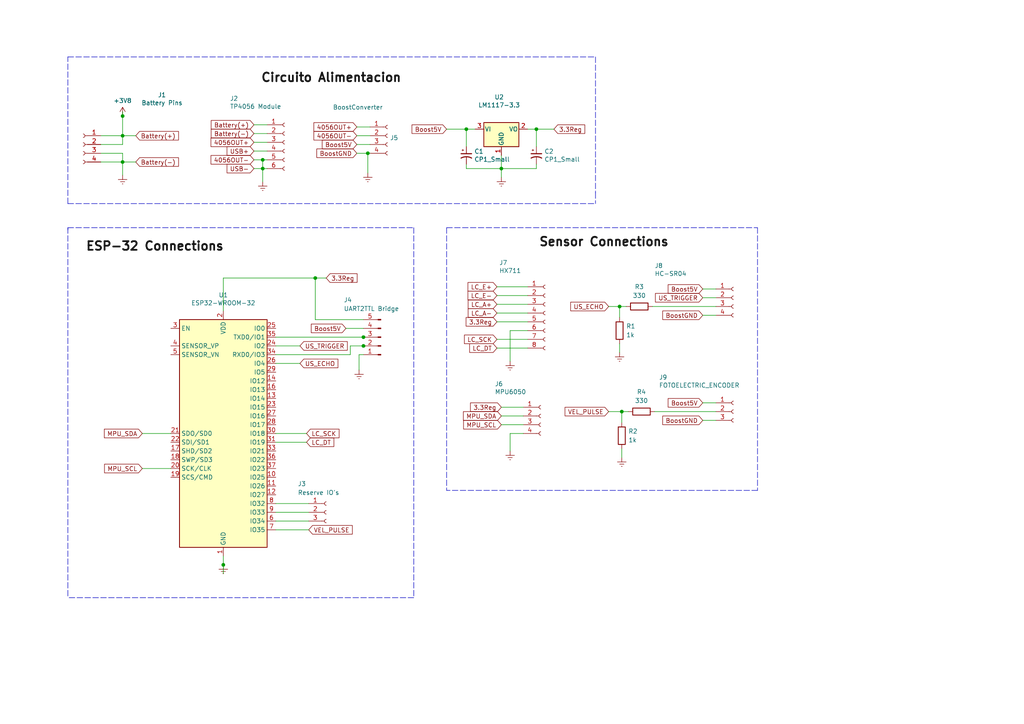
<source format=kicad_sch>
(kicad_sch (version 20211123) (generator eeschema)
  (paper "A4")
  (lib_symbols
    (symbol "Connector:Conn_01x03_Female" (pin_names (offset 1.016) hide)
      (property "Reference" "J" (at 0 5.08 0))
      (property "Value" "Conn_01x03_Female" (at 0 -5.08 0))
      (symbol "Conn_01x03_Female_1_1"
        (arc (start 0 -2.032) (mid -0.508 -2.54) (end 0 -3.048) (stroke (width 0.1524)))
        (polyline (pts (xy -1.27 -2.54) (xy -0.508 -2.54)) (stroke (width 0.1524)))
        (polyline (pts (xy -1.27 0) (xy -0.508 0)) (stroke (width 0.1524)))
        (polyline (pts (xy -1.27 2.54) (xy -0.508 2.54)) (stroke (width 0.1524)))
        (arc (start 0 0.508) (mid -0.508 0) (end 0 -0.508) (stroke (width 0.1524)))
        (arc (start 0 3.048) (mid -0.508 2.54) (end 0 2.032) (stroke (width 0.1524)))
        (pin passive line (at -5.08 2.54 0) (length 3.81) (name "Pin_1") (number "1"))
        (pin passive line (at -5.08 0 0) (length 3.81) (name "Pin_2") (number "2"))
        (pin passive line (at -5.08 -2.54 0) (length 3.81) (name "Pin_3") (number "3"))
      )
    )
    (symbol "Connector:Conn_01x04_Female" (pin_names (offset 1.016) hide)
      (property "Reference" "J" (at 0 5.08 0))
      (property "Value" "Conn_01x04_Female" (at 0 -7.62 0))
      (symbol "Conn_01x04_Female_1_1"
        (arc (start 0 -4.572) (mid -0.508 -5.08) (end 0 -5.588) (stroke (width 0.1524)))
        (arc (start 0 -2.032) (mid -0.508 -2.54) (end 0 -3.048) (stroke (width 0.1524)))
        (polyline (pts (xy -1.27 -5.08) (xy -0.508 -5.08)) (stroke (width 0.1524)))
        (polyline (pts (xy -1.27 -2.54) (xy -0.508 -2.54)) (stroke (width 0.1524)))
        (polyline (pts (xy -1.27 0) (xy -0.508 0)) (stroke (width 0.1524)))
        (polyline (pts (xy -1.27 2.54) (xy -0.508 2.54)) (stroke (width 0.1524)))
        (arc (start 0 0.508) (mid -0.508 0) (end 0 -0.508) (stroke (width 0.1524)))
        (arc (start 0 3.048) (mid -0.508 2.54) (end 0 2.032) (stroke (width 0.1524)))
        (pin passive line (at -5.08 2.54 0) (length 3.81) (name "Pin_1") (number "1"))
        (pin passive line (at -5.08 0 0) (length 3.81) (name "Pin_2") (number "2"))
        (pin passive line (at -5.08 -2.54 0) (length 3.81) (name "Pin_3") (number "3"))
        (pin passive line (at -5.08 -5.08 0) (length 3.81) (name "Pin_4") (number "4"))
      )
    )
    (symbol "Connector:Conn_01x05_Male" (pin_names (offset 1.016) hide)
      (property "Reference" "J" (at 0 7.62 0))
      (property "Value" "Conn_01x05_Male" (at 0 -7.62 0))
      (symbol "Conn_01x05_Male_1_1"
        (polyline (pts (xy 1.27 -5.08) (xy 0.8636 -5.08)) (stroke (width 0.1524)))
        (polyline (pts (xy 1.27 -2.54) (xy 0.8636 -2.54)) (stroke (width 0.1524)))
        (polyline (pts (xy 1.27 0) (xy 0.8636 0)) (stroke (width 0.1524)))
        (polyline (pts (xy 1.27 2.54) (xy 0.8636 2.54)) (stroke (width 0.1524)))
        (polyline (pts (xy 1.27 5.08) (xy 0.8636 5.08)) (stroke (width 0.1524)))
        (rectangle (start 0.8636 -4.953) (end 0 -5.207) (stroke (width 0.1524)) (fill (type outline)))
        (rectangle (start 0.8636 -2.413) (end 0 -2.667) (stroke (width 0.1524)) (fill (type outline)))
        (rectangle (start 0.8636 0.127) (end 0 -0.127) (stroke (width 0.1524)) (fill (type outline)))
        (rectangle (start 0.8636 2.667) (end 0 2.413) (stroke (width 0.1524)) (fill (type outline)))
        (rectangle (start 0.8636 5.207) (end 0 4.953) (stroke (width 0.1524)) (fill (type outline)))
        (pin passive line (at 5.08 5.08 180) (length 3.81) (name "Pin_1") (number "1"))
        (pin passive line (at 5.08 2.54 180) (length 3.81) (name "Pin_2") (number "2"))
        (pin passive line (at 5.08 0 180) (length 3.81) (name "Pin_3") (number "3"))
        (pin passive line (at 5.08 -2.54 180) (length 3.81) (name "Pin_4") (number "4"))
        (pin passive line (at 5.08 -5.08 180) (length 3.81) (name "Pin_5") (number "5"))
      )
    )
    (symbol "Connector:Conn_01x06_Female" (pin_names (offset 1.016) hide)
      (property "Reference" "J" (at 0 7.62 0))
      (property "Value" "Conn_01x06_Female" (at 0 -10.16 0))
      (symbol "Conn_01x06_Female_1_1"
        (arc (start 0 -7.112) (mid -0.508 -7.62) (end 0 -8.128) (stroke (width 0.1524)))
        (arc (start 0 -4.572) (mid -0.508 -5.08) (end 0 -5.588) (stroke (width 0.1524)))
        (arc (start 0 -2.032) (mid -0.508 -2.54) (end 0 -3.048) (stroke (width 0.1524)))
        (polyline (pts (xy -1.27 -7.62) (xy -0.508 -7.62)) (stroke (width 0.1524)))
        (polyline (pts (xy -1.27 -5.08) (xy -0.508 -5.08)) (stroke (width 0.1524)))
        (polyline (pts (xy -1.27 -2.54) (xy -0.508 -2.54)) (stroke (width 0.1524)))
        (polyline (pts (xy -1.27 0) (xy -0.508 0)) (stroke (width 0.1524)))
        (polyline (pts (xy -1.27 2.54) (xy -0.508 2.54)) (stroke (width 0.1524)))
        (polyline (pts (xy -1.27 5.08) (xy -0.508 5.08)) (stroke (width 0.1524)))
        (arc (start 0 0.508) (mid -0.508 0) (end 0 -0.508) (stroke (width 0.1524)))
        (arc (start 0 3.048) (mid -0.508 2.54) (end 0 2.032) (stroke (width 0.1524)))
        (arc (start 0 5.588) (mid -0.508 5.08) (end 0 4.572) (stroke (width 0.1524)))
        (pin passive line (at -5.08 5.08 0) (length 3.81) (name "Pin_1") (number "1"))
        (pin passive line (at -5.08 2.54 0) (length 3.81) (name "Pin_2") (number "2"))
        (pin passive line (at -5.08 0 0) (length 3.81) (name "Pin_3") (number "3"))
        (pin passive line (at -5.08 -2.54 0) (length 3.81) (name "Pin_4") (number "4"))
        (pin passive line (at -5.08 -5.08 0) (length 3.81) (name "Pin_5") (number "5"))
        (pin passive line (at -5.08 -7.62 0) (length 3.81) (name "Pin_6") (number "6"))
      )
    )
    (symbol "Connector:Conn_01x08_Female" (pin_names (offset 1.016) hide)
      (property "Reference" "J" (at 0 10.16 0))
      (property "Value" "Conn_01x08_Female" (at 0 -12.7 0))
      (symbol "Conn_01x08_Female_1_1"
        (arc (start 0 -9.652) (mid -0.508 -10.16) (end 0 -10.668) (stroke (width 0.1524)))
        (arc (start 0 -7.112) (mid -0.508 -7.62) (end 0 -8.128) (stroke (width 0.1524)))
        (arc (start 0 -4.572) (mid -0.508 -5.08) (end 0 -5.588) (stroke (width 0.1524)))
        (arc (start 0 -2.032) (mid -0.508 -2.54) (end 0 -3.048) (stroke (width 0.1524)))
        (polyline (pts (xy -1.27 -10.16) (xy -0.508 -10.16)) (stroke (width 0.1524)))
        (polyline (pts (xy -1.27 -7.62) (xy -0.508 -7.62)) (stroke (width 0.1524)))
        (polyline (pts (xy -1.27 -5.08) (xy -0.508 -5.08)) (stroke (width 0.1524)))
        (polyline (pts (xy -1.27 -2.54) (xy -0.508 -2.54)) (stroke (width 0.1524)))
        (polyline (pts (xy -1.27 0) (xy -0.508 0)) (stroke (width 0.1524)))
        (polyline (pts (xy -1.27 2.54) (xy -0.508 2.54)) (stroke (width 0.1524)))
        (polyline (pts (xy -1.27 5.08) (xy -0.508 5.08)) (stroke (width 0.1524)))
        (polyline (pts (xy -1.27 7.62) (xy -0.508 7.62)) (stroke (width 0.1524)))
        (arc (start 0 0.508) (mid -0.508 0) (end 0 -0.508) (stroke (width 0.1524)))
        (arc (start 0 3.048) (mid -0.508 2.54) (end 0 2.032) (stroke (width 0.1524)))
        (arc (start 0 5.588) (mid -0.508 5.08) (end 0 4.572) (stroke (width 0.1524)))
        (arc (start 0 8.128) (mid -0.508 7.62) (end 0 7.112) (stroke (width 0.1524)))
        (pin passive line (at -5.08 7.62 0) (length 3.81) (name "Pin_1") (number "1"))
        (pin passive line (at -5.08 5.08 0) (length 3.81) (name "Pin_2") (number "2"))
        (pin passive line (at -5.08 2.54 0) (length 3.81) (name "Pin_3") (number "3"))
        (pin passive line (at -5.08 0 0) (length 3.81) (name "Pin_4") (number "4"))
        (pin passive line (at -5.08 -2.54 0) (length 3.81) (name "Pin_5") (number "5"))
        (pin passive line (at -5.08 -5.08 0) (length 3.81) (name "Pin_6") (number "6"))
        (pin passive line (at -5.08 -7.62 0) (length 3.81) (name "Pin_7") (number "7"))
        (pin passive line (at -5.08 -10.16 0) (length 3.81) (name "Pin_8") (number "8"))
      )
    )
    (symbol "Device:CP1_Small" (pin_numbers hide) (pin_names (offset 0.254) hide)
      (property "Reference" "C" (at 0.254 1.778 0))
      (property "Value" "Device_CP1_Small" (at 0.254 -2.032 0))
      (symbol "CP1_Small_0_1"
        (polyline (pts (xy -1.524 0.508) (xy 1.524 0.508)) (stroke (width 0.3048)))
        (polyline (pts (xy -1.27 1.524) (xy -0.762 1.524)))
        (polyline (pts (xy -1.016 1.27) (xy -1.016 1.778)))
        (arc (start 1.524 -0.762) (mid 0 -0.3734) (end -1.524 -0.762) (stroke (width 0.3048)))
      )
      (symbol "CP1_Small_1_1"
        (pin passive line (at 0 2.54 270) (length 2.032) (name "~") (number "1"))
        (pin passive line (at 0 -2.54 90) (length 2.032) (name "~") (number "2"))
      )
    )
    (symbol "Device:R" (pin_numbers hide) (pin_names (offset 0))
      (property "Reference" "R" (at 2.032 0 90))
      (property "Value" "R" (at 0 0 90))
      (symbol "R_0_1"
        (rectangle (start -1.016 -2.54) (end 1.016 2.54) (stroke (width 0.254)))
      )
      (symbol "R_1_1"
        (pin passive line (at 0 3.81 270) (length 1.27) (name "~") (number "1"))
        (pin passive line (at 0 -3.81 90) (length 1.27) (name "~") (number "2"))
      )
    )
    (symbol "RF_Module:ESP32-WROOM-32"
      (property "Reference" "U" (at -12.7 34.29 0))
      (property "Value" "ESP32-WROOM-32" (at 1.27 34.29 0))
      (symbol "ESP32-WROOM-32_0_1"
        (rectangle (start -12.7 33.02) (end 12.7 -33.02) (stroke (width 0.254)) (fill (type background)))
      )
      (symbol "ESP32-WROOM-32_1_1"
        (pin power_in line (at 0 -35.56 90) (length 2.54) (name "GND") (number "1"))
        (pin bidirectional line (at 15.24 -12.7 180) (length 2.54) (name "IO25") (number "10"))
        (pin bidirectional line (at 15.24 -15.24 180) (length 2.54) (name "IO26") (number "11"))
        (pin bidirectional line (at 15.24 -17.78 180) (length 2.54) (name "IO27") (number "12"))
        (pin bidirectional line (at 15.24 10.16 180) (length 2.54) (name "IO14") (number "13"))
        (pin bidirectional line (at 15.24 15.24 180) (length 2.54) (name "IO12") (number "14"))
        (pin passive line (at 0 -35.56 90) (length 2.54) hide (name "GND") (number "15"))
        (pin bidirectional line (at 15.24 12.7 180) (length 2.54) (name "IO13") (number "16"))
        (pin bidirectional line (at -15.24 -5.08 0) (length 2.54) (name "SHD/SD2") (number "17"))
        (pin bidirectional line (at -15.24 -7.62 0) (length 2.54) (name "SWP/SD3") (number "18"))
        (pin bidirectional line (at -15.24 -12.7 0) (length 2.54) (name "SCS/CMD") (number "19"))
        (pin power_in line (at 0 35.56 270) (length 2.54) (name "VDD") (number "2"))
        (pin bidirectional line (at -15.24 -10.16 0) (length 2.54) (name "SCK/CLK") (number "20"))
        (pin bidirectional line (at -15.24 0 0) (length 2.54) (name "SDO/SD0") (number "21"))
        (pin bidirectional line (at -15.24 -2.54 0) (length 2.54) (name "SDI/SD1") (number "22"))
        (pin bidirectional line (at 15.24 7.62 180) (length 2.54) (name "IO15") (number "23"))
        (pin bidirectional line (at 15.24 25.4 180) (length 2.54) (name "IO2") (number "24"))
        (pin bidirectional line (at 15.24 30.48 180) (length 2.54) (name "IO0") (number "25"))
        (pin bidirectional line (at 15.24 20.32 180) (length 2.54) (name "IO4") (number "26"))
        (pin bidirectional line (at 15.24 5.08 180) (length 2.54) (name "IO16") (number "27"))
        (pin bidirectional line (at 15.24 2.54 180) (length 2.54) (name "IO17") (number "28"))
        (pin bidirectional line (at 15.24 17.78 180) (length 2.54) (name "IO5") (number "29"))
        (pin input line (at -15.24 30.48 0) (length 2.54) (name "EN") (number "3"))
        (pin bidirectional line (at 15.24 0 180) (length 2.54) (name "IO18") (number "30"))
        (pin bidirectional line (at 15.24 -2.54 180) (length 2.54) (name "IO19") (number "31"))
        (pin no_connect line (at -12.7 -27.94 0) (length 2.54) hide (name "NC") (number "32"))
        (pin bidirectional line (at 15.24 -5.08 180) (length 2.54) (name "IO21") (number "33"))
        (pin bidirectional line (at 15.24 22.86 180) (length 2.54) (name "RXD0/IO3") (number "34"))
        (pin bidirectional line (at 15.24 27.94 180) (length 2.54) (name "TXD0/IO1") (number "35"))
        (pin bidirectional line (at 15.24 -7.62 180) (length 2.54) (name "IO22") (number "36"))
        (pin bidirectional line (at 15.24 -10.16 180) (length 2.54) (name "IO23") (number "37"))
        (pin passive line (at 0 -35.56 90) (length 2.54) hide (name "GND") (number "38"))
        (pin passive line (at 0 -35.56 90) (length 2.54) hide (name "GND") (number "39"))
        (pin input line (at -15.24 25.4 0) (length 2.54) (name "SENSOR_VP") (number "4"))
        (pin input line (at -15.24 22.86 0) (length 2.54) (name "SENSOR_VN") (number "5"))
        (pin input line (at 15.24 -25.4 180) (length 2.54) (name "IO34") (number "6"))
        (pin input line (at 15.24 -27.94 180) (length 2.54) (name "IO35") (number "7"))
        (pin bidirectional line (at 15.24 -20.32 180) (length 2.54) (name "IO32") (number "8"))
        (pin bidirectional line (at 15.24 -22.86 180) (length 2.54) (name "IO33") (number "9"))
      )
    )
    (symbol "Regulator_Linear:LM1117-3.3" (pin_names (offset 0.254))
      (property "Reference" "U" (at -3.81 3.175 0))
      (property "Value" "LM1117-3.3" (at 0 3.175 0))
      (symbol "LM1117-3.3_0_1"
        (rectangle (start -5.08 -5.08) (end 5.08 1.905) (stroke (width 0.254)) (fill (type background)))
      )
      (symbol "LM1117-3.3_1_1"
        (pin power_in line (at 0 -7.62 90) (length 2.54) (name "GND") (number "1"))
        (pin power_out line (at 7.62 0 180) (length 2.54) (name "VO") (number "2"))
        (pin power_in line (at -7.62 0 0) (length 2.54) (name "VI") (number "3"))
      )
    )
    (symbol "power:+3V8" (power) (pin_names (offset 0))
      (property "Value" "+3V8" (at 0 3.556 0))
      (symbol "+3V8_0_1"
        (polyline (pts (xy -0.762 1.27) (xy 0 2.54)))
        (polyline (pts (xy 0 0) (xy 0 2.54)))
        (polyline (pts (xy 0 2.54) (xy 0.762 1.27)))
      )
      (symbol "+3V8_1_1"
        (pin power_in line (at 0 0 90) (length 0) hide (name "+3V8") (number "1"))
      )
    )
    (symbol "power:Earth" (power) (pin_names (offset 0))
      (symbol "Earth_0_1"
        (polyline (pts (xy -0.635 -1.905) (xy 0.635 -1.905)))
        (polyline (pts (xy -0.127 -2.54) (xy 0.127 -2.54)))
        (polyline (pts (xy 0 -1.27) (xy 0 0)))
        (polyline (pts (xy 1.27 -1.27) (xy -1.27 -1.27)))
      )
      (symbol "Earth_1_1"
        (pin power_in line (at 0 0 270) (length 0) hide (name "Earth") (number "1"))
      )
    )
  )
  (junction (at 105.41 100.33))
  (junction (at 64.77 163.83))
  (junction (at 179.705 88.9))
  (junction (at 76.2 46.355))
  (junction (at 35.56 46.99))
  (junction (at 145.415 48.895))
  (junction (at 135.255 37.465))
  (junction (at 155.575 37.465))
  (junction (at 91.44 80.645))
  (junction (at 76.2 48.895))
  (junction (at 35.56 33.655))
  (junction (at 106.68 44.45))
  (junction (at 180.34 119.38))
  (junction (at 35.56 39.37))
  (junction (at 105.41 97.79))
  (wire (pts (xy 145.415 48.895) (xy 145.415 51.435)))
  (polyline (pts (xy 172.72 16.51) (xy 172.72 55.88)))
  (wire (pts (xy 49.53 125.73) (xy 41.275 125.73)))
  (wire (pts (xy 91.44 92.71) (xy 91.44 80.645)))
  (wire (pts (xy 73.66 43.815) (xy 77.47 43.815)))
  (polyline (pts (xy 120.015 66.04) (xy 120.015 173.355)))
  (wire (pts (xy 180.34 119.38) (xy 180.34 122.555)))
  (wire (pts (xy 105.41 92.71) (xy 91.44 92.71)))
  (wire (pts (xy 151.765 125.73) (xy 147.955 125.73)))
  (wire (pts (xy 203.835 116.84) (xy 207.645 116.84)))
  (wire (pts (xy 106.045 100.33) (xy 105.41 100.33)))
  (wire (pts (xy 103.505 41.91) (xy 107.315 41.91)))
  (wire (pts (xy 179.705 88.9) (xy 181.61 88.9)))
  (wire (pts (xy 189.865 119.38) (xy 207.645 119.38)))
  (wire (pts (xy 153.035 90.805) (xy 144.145 90.805)))
  (wire (pts (xy 64.77 80.645) (xy 91.44 80.645)))
  (polyline (pts (xy 19.685 66.04) (xy 19.685 173.355)))
  (polyline (pts (xy 19.685 59.055) (xy 19.685 16.51)))
  (wire (pts (xy 29.21 46.99) (xy 35.56 46.99)))
  (wire (pts (xy 35.56 39.37) (xy 39.37 39.37)))
  (polyline (pts (xy 129.54 66.04) (xy 219.71 66.04)))
  (wire (pts (xy 80.01 148.59) (xy 89.535 148.59)))
  (wire (pts (xy 153.035 83.185) (xy 144.145 83.185)))
  (wire (pts (xy 101.6 100.33) (xy 101.6 102.87)))
  (wire (pts (xy 147.955 95.885) (xy 147.955 104.775)))
  (wire (pts (xy 105.41 97.79) (xy 106.045 97.79)))
  (wire (pts (xy 35.56 33.655) (xy 35.56 39.37)))
  (wire (pts (xy 153.035 95.885) (xy 147.955 95.885)))
  (wire (pts (xy 80.01 151.13) (xy 89.535 151.13)))
  (wire (pts (xy 35.56 32.385) (xy 35.56 33.655)))
  (wire (pts (xy 135.255 37.465) (xy 137.795 37.465)))
  (wire (pts (xy 189.23 88.9) (xy 207.645 88.9)))
  (wire (pts (xy 179.705 99.695) (xy 179.705 102.235)))
  (wire (pts (xy 106.68 44.45) (xy 107.315 44.45)))
  (wire (pts (xy 64.77 161.29) (xy 64.77 163.83)))
  (polyline (pts (xy 219.71 142.24) (xy 129.54 142.24)))
  (wire (pts (xy 80.01 125.73) (xy 88.9 125.73)))
  (wire (pts (xy 160.655 37.465) (xy 155.575 37.465)))
  (wire (pts (xy 153.035 93.345) (xy 144.145 93.345)))
  (wire (pts (xy 80.01 146.05) (xy 89.535 146.05)))
  (wire (pts (xy 73.66 41.275) (xy 77.47 41.275)))
  (wire (pts (xy 103.505 44.45) (xy 106.68 44.45)))
  (wire (pts (xy 29.21 44.45) (xy 35.56 44.45)))
  (wire (pts (xy 35.56 44.45) (xy 35.56 46.99)))
  (wire (pts (xy 64.77 80.645) (xy 64.77 90.17)))
  (wire (pts (xy 76.2 48.895) (xy 76.2 46.355)))
  (wire (pts (xy 91.44 80.645) (xy 94.615 80.645)))
  (wire (pts (xy 135.255 37.465) (xy 135.255 42.545)))
  (polyline (pts (xy 172.72 55.88) (xy 172.72 59.055)))
  (wire (pts (xy 145.415 45.085) (xy 145.415 48.895)))
  (wire (pts (xy 153.035 100.965) (xy 144.145 100.965)))
  (wire (pts (xy 147.955 125.73) (xy 147.955 130.81)))
  (wire (pts (xy 35.56 46.99) (xy 39.37 46.99)))
  (wire (pts (xy 73.66 36.195) (xy 77.47 36.195)))
  (wire (pts (xy 179.705 88.9) (xy 179.705 92.075)))
  (wire (pts (xy 73.66 38.735) (xy 77.47 38.735)))
  (wire (pts (xy 73.66 46.355) (xy 76.2 46.355)))
  (wire (pts (xy 203.835 91.44) (xy 207.645 91.44)))
  (wire (pts (xy 155.575 37.465) (xy 155.575 42.545)))
  (wire (pts (xy 151.765 120.65) (xy 145.415 120.65)))
  (wire (pts (xy 203.835 83.82) (xy 207.645 83.82)))
  (wire (pts (xy 155.575 48.895) (xy 145.415 48.895)))
  (wire (pts (xy 49.53 135.89) (xy 41.275 135.89)))
  (polyline (pts (xy 19.685 66.04) (xy 120.015 66.04)))
  (polyline (pts (xy 219.71 66.04) (xy 219.71 142.24)))
  (wire (pts (xy 35.56 41.91) (xy 35.56 39.37)))
  (wire (pts (xy 129.54 37.465) (xy 135.255 37.465)))
  (wire (pts (xy 64.77 163.83) (xy 64.77 166.37)))
  (wire (pts (xy 203.835 86.36) (xy 207.645 86.36)))
  (wire (pts (xy 73.66 48.895) (xy 76.2 48.895)))
  (wire (pts (xy 203.835 121.92) (xy 207.645 121.92)))
  (wire (pts (xy 76.2 48.895) (xy 77.47 48.895)))
  (wire (pts (xy 100.33 95.25) (xy 105.41 95.25)))
  (wire (pts (xy 80.01 97.79) (xy 105.41 97.79)))
  (wire (pts (xy 80.01 100.33) (xy 86.995 100.33)))
  (wire (pts (xy 35.56 46.99) (xy 35.56 50.8)))
  (wire (pts (xy 180.34 119.38) (xy 182.245 119.38)))
  (wire (pts (xy 155.575 47.625) (xy 155.575 48.895)))
  (wire (pts (xy 151.765 118.11) (xy 145.415 118.11)))
  (wire (pts (xy 29.21 41.91) (xy 35.56 41.91)))
  (wire (pts (xy 105.41 102.87) (xy 104.14 102.87)))
  (polyline (pts (xy 19.685 66.04) (xy 19.685 66.675)))
  (wire (pts (xy 135.255 47.625) (xy 135.255 48.895)))
  (wire (pts (xy 103.505 39.37) (xy 107.315 39.37)))
  (wire (pts (xy 153.035 85.725) (xy 144.145 85.725)))
  (wire (pts (xy 76.2 46.355) (xy 77.47 46.355)))
  (wire (pts (xy 104.14 102.87) (xy 104.14 107.315)))
  (wire (pts (xy 176.53 119.38) (xy 180.34 119.38)))
  (polyline (pts (xy 129.54 66.04) (xy 129.54 142.24)))
  (wire (pts (xy 105.41 100.33) (xy 101.6 100.33)))
  (wire (pts (xy 106.68 44.45) (xy 106.68 50.165)))
  (wire (pts (xy 151.765 123.19) (xy 145.415 123.19)))
  (polyline (pts (xy 19.685 16.51) (xy 172.72 16.51)))
  (wire (pts (xy 80.01 128.27) (xy 88.9 128.27)))
  (wire (pts (xy 103.505 36.83) (xy 107.315 36.83)))
  (wire (pts (xy 176.53 88.9) (xy 179.705 88.9)))
  (wire (pts (xy 80.01 105.41) (xy 86.995 105.41)))
  (wire (pts (xy 153.035 37.465) (xy 155.575 37.465)))
  (wire (pts (xy 153.035 88.265) (xy 144.145 88.265)))
  (polyline (pts (xy 120.015 173.355) (xy 19.685 173.355)))
  (wire (pts (xy 180.34 130.175) (xy 180.34 132.715)))
  (wire (pts (xy 135.255 48.895) (xy 145.415 48.895)))
  (wire (pts (xy 76.2 52.705) (xy 76.2 48.895)))
  (wire (pts (xy 153.035 98.425) (xy 144.145 98.425)))
  (wire (pts (xy 101.6 102.87) (xy 80.01 102.87)))
  (polyline (pts (xy 19.685 59.055) (xy 172.72 59.055)))
  (wire (pts (xy 29.21 39.37) (xy 35.56 39.37)))
  (wire (pts (xy 80.01 153.67) (xy 89.535 153.67)))
  (label "Sensor Connections" (at 156.21 72.39 0) (effects (font (size 2.5 2.5) bold)))
  (label "ESP-32 Connections" (at 24.765 73.66 0) (effects (font (size 2.5 2.5) bold)))
  (label "Circuito Alimentacion" (at 75.565 24.765 0) (effects (font (size 2.5 2.5) (thickness 0.5) bold)))
  (global_label "LC_E-" (shape input) (at 144.145 85.725 180) (property "Intersheet References" "${INTERSHEET_REFS}" (effects hide)))
  (global_label "LC_DT" (shape input) (at 144.145 100.965 180) (property "Intersheet References" "${INTERSHEET_REFS}" (effects hide)))
  (global_label "LC_A-" (shape input) (at 144.145 90.805 180) (property "Intersheet References" "${INTERSHEET_REFS}" (effects hide)))
  (global_label "3.3Reg" (shape input) (at 144.145 93.345 180) (property "Intersheet References" "${INTERSHEET_REFS}" (effects hide)))
  (global_label "Boost5V" (shape input) (at 203.835 116.84 180) (property "Intersheet References" "${INTERSHEET_REFS}" (effects hide)))
  (global_label "3.3Reg" (shape input) (at 94.615 80.645 0) (property "Intersheet References" "${INTERSHEET_REFS}" (effects hide)))
  (global_label "VEL_PULSE" (shape input) (at 89.535 153.67 0) (property "Intersheet References" "${INTERSHEET_REFS}" (effects hide)))
  (global_label "MPU_SDA" (shape input) (at 41.275 125.73 180) (property "Intersheet References" "${INTERSHEET_REFS}" (effects hide)))
  (global_label "US_TRIGGER" (shape input) (at 86.995 100.33 0) (property "Intersheet References" "${INTERSHEET_REFS}" (effects hide)))
  (global_label "LC_DT" (shape input) (at 88.9 128.27 0) (property "Intersheet References" "${INTERSHEET_REFS}" (effects hide)))
  (global_label "US_ECHO" (shape input) (at 86.995 105.41 0) (property "Intersheet References" "${INTERSHEET_REFS}" (effects hide)))
  (global_label "Battery(-)" (shape input) (at 39.37 46.99 0) (property "Intersheet References" "${INTERSHEET_REFS}" (effects hide)))
  (global_label "BoostGND" (shape input) (at 103.505 44.45 180) (property "Intersheet References" "${INTERSHEET_REFS}" (effects hide)))
  (global_label "BoostGND" (shape input) (at 203.835 91.44 180) (property "Intersheet References" "${INTERSHEET_REFS}" (effects hide)))
  (global_label "MPU_SCL" (shape input) (at 145.415 123.19 180) (property "Intersheet References" "${INTERSHEET_REFS}" (effects hide)))
  (global_label "VEL_PULSE" (shape input) (at 176.53 119.38 180) (property "Intersheet References" "${INTERSHEET_REFS}" (effects hide)))
  (global_label "Battery(+)" (shape input) (at 39.37 39.37 0) (property "Intersheet References" "${INTERSHEET_REFS}" (effects hide)))
  (global_label "3.3Reg" (shape input) (at 160.655 37.465 0) (property "Intersheet References" "${INTERSHEET_REFS}" (effects hide)))
  (global_label "LC_SCK" (shape input) (at 88.9 125.73 0) (property "Intersheet References" "${INTERSHEET_REFS}" (effects hide)))
  (global_label "MPU_SDA" (shape input) (at 145.415 120.65 180) (property "Intersheet References" "${INTERSHEET_REFS}" (effects hide)))
  (global_label "Battery(+)" (shape input) (at 73.66 36.195 180) (property "Intersheet References" "${INTERSHEET_REFS}" (effects hide)))
  (global_label "4056OUT+" (shape input) (at 103.505 36.83 180) (property "Intersheet References" "${INTERSHEET_REFS}" (effects hide)))
  (global_label "LC_E+" (shape input) (at 144.145 83.185 180) (property "Intersheet References" "${INTERSHEET_REFS}" (effects hide)))
  (global_label "4056OUT-" (shape input) (at 73.66 46.355 180) (property "Intersheet References" "${INTERSHEET_REFS}" (effects hide)))
  (global_label "3.3Reg" (shape input) (at 145.415 118.11 180) (property "Intersheet References" "${INTERSHEET_REFS}" (effects hide)))
  (global_label "Boost5V" (shape input) (at 103.505 41.91 180) (property "Intersheet References" "${INTERSHEET_REFS}" (effects hide)))
  (global_label "Boost5V" (shape input) (at 203.835 83.82 180) (property "Intersheet References" "${INTERSHEET_REFS}" (effects hide)))
  (global_label "LC_A+" (shape input) (at 144.145 88.265 180) (property "Intersheet References" "${INTERSHEET_REFS}" (effects hide)))
  (global_label "Boost5V" (shape input) (at 100.33 95.25 180) (property "Intersheet References" "${INTERSHEET_REFS}" (effects hide)))
  (global_label "BoostGND" (shape input) (at 203.835 121.92 180) (property "Intersheet References" "${INTERSHEET_REFS}" (effects hide)))
  (global_label "4056OUT+" (shape input) (at 73.66 41.275 180) (property "Intersheet References" "${INTERSHEET_REFS}" (effects hide)))
  (global_label "LC_SCK" (shape input) (at 144.145 98.425 180) (property "Intersheet References" "${INTERSHEET_REFS}" (effects hide)))
  (global_label "USB+" (shape input) (at 73.66 43.815 180) (property "Intersheet References" "${INTERSHEET_REFS}" (effects hide)))
  (global_label "USB-" (shape input) (at 73.66 48.895 180) (property "Intersheet References" "${INTERSHEET_REFS}" (effects hide)))
  (global_label "US_ECHO" (shape input) (at 176.53 88.9 180) (property "Intersheet References" "${INTERSHEET_REFS}" (effects hide)))
  (global_label "4056OUT-" (shape input) (at 103.505 39.37 180) (property "Intersheet References" "${INTERSHEET_REFS}" (effects hide)))
  (global_label "US_TRIGGER" (shape input) (at 203.835 86.36 180) (property "Intersheet References" "${INTERSHEET_REFS}" (effects hide)))
  (global_label "MPU_SCL" (shape input) (at 41.275 135.89 180) (property "Intersheet References" "${INTERSHEET_REFS}" (effects hide)))
  (global_label "Battery(-)" (shape input) (at 73.66 38.735 180) (property "Intersheet References" "${INTERSHEET_REFS}" (effects hide)))
  (global_label "Boost5V" (shape input) (at 129.54 37.465 180) (property "Intersheet References" "${INTERSHEET_REFS}" (effects hide)))
  (symbol (lib_id "RF_Module:ESP32-WROOM-32") (at 64.77 125.73 0) (unit 1)
    (property "Reference" "U1" (at 64.77 85.5726 0))
    (property "Value" "ESP32-WROOM-32" (at 64.77 87.884 0))
    (property "Footprint" "RF_Module:ESP32-WROOM-32" (effects hide))
    (property "Datasheet" "https://www.espressif.com/sites/default/files/documentation/esp32-wroom-32_datasheet_en.pdf" (effects hide))
  )
  (symbol (lib_id "Connector:Conn_01x04_Female") (at 24.13 41.91 0) (mirror y) (unit 1)
    (property "Reference" "J1" (at 46.99 27.5336 0))
    (property "Value" "Battery Pins" (at 46.99 29.845 0))
  )
  (symbol (lib_id "Regulator_Linear:LM1117-3.3") (at 145.415 37.465 0) (unit 1)
    (property "Reference" "U2" (at 144.78 28.1686 0))
    (property "Value" "LM1117-3.3" (at 144.78 30.48 0))
    (property "Datasheet" "http://www.ti.com/lit/ds/symlink/lm1117.pdf" (effects hide))
  )
  (symbol (lib_id "power:Earth") (at 145.415 51.435 0) (unit 1)
    (property "Reference" "#PWR07" (effects hide))
    (property "Value" "Earth" (effects hide))
  )
  (symbol (lib_id "Device:CP1_Small") (at 135.255 45.085 0) (unit 1)
    (property "Reference" "C1" (at 137.5664 43.9166 0) (effects (justify left)))
    (property "Value" "CP1_Small" (at 137.5664 46.228 0) (effects (justify left)))
  )
  (symbol (lib_id "Device:CP1_Small") (at 155.575 45.085 0) (unit 1)
    (property "Reference" "C2" (at 157.8864 43.9166 0) (effects (justify left)))
    (property "Value" "CP1_Small" (at 157.8864 46.228 0) (effects (justify left)))
  )
  (symbol (lib_id "power:Earth") (at 64.77 163.83 0) (unit 1)
    (property "Reference" "#PWR03" (effects hide))
    (property "Value" "Earth" (effects hide))
  )
  (symbol (lib_id "Connector:Conn_01x06_Female") (at 82.55 41.275 0) (unit 1)
    (property "Reference" "J2" (at 66.675 28.575 0) (effects (justify left)))
    (property "Value" "TP4056 Module" (at 66.675 30.8864 0) (effects (justify left)))
  )
  (symbol (lib_id "power:Earth") (at 76.2 52.705 0) (unit 1)
    (property "Reference" "#PWR04" (effects hide))
    (property "Value" "Earth" (effects hide))
  )
  (symbol (lib_id "Connector:Conn_01x04_Female") (at 112.395 39.37 0) (unit 1)
    (property "Reference" "J5" (at 113.1062 39.9796 0) (effects (justify left)))
    (property "Value" "BoostConverter" (at 96.52 31.115 0) (effects (justify left)))
  )
  (symbol (lib_id "Connector:Conn_01x08_Female") (at 158.115 90.805 0) (unit 1)
    (property "Reference" "J7" (at 144.78 76.2 0) (effects (justify left)))
    (property "Value" "HX711" (at 144.78 78.5114 0) (effects (justify left)))
  )
  (symbol (lib_id "Connector:Conn_01x04_Female") (at 212.725 86.36 0) (unit 1)
    (property "Reference" "J8" (at 189.865 77.0636 0) (effects (justify left)))
    (property "Value" "HC-SR04" (at 189.865 79.375 0) (effects (justify left)))
  )
  (symbol (lib_id "Connector:Conn_01x04_Female") (at 156.845 120.65 0) (unit 1)
    (property "Reference" "J6" (at 143.51 111.3536 0) (effects (justify left)))
    (property "Value" "MPU6050" (at 143.51 113.665 0) (effects (justify left)))
  )
  (symbol (lib_id "Connector:Conn_01x03_Female") (at 212.725 119.38 0) (unit 1)
    (property "Reference" "J9" (at 191.135 109.4486 0) (effects (justify left)))
    (property "Value" "FOTOELECTRIC_ENCODER" (at 191.135 111.76 0) (effects (justify left)))
  )
  (symbol (lib_id "power:Earth") (at 147.955 104.775 0) (unit 1)
    (property "Reference" "#PWR08" (effects hide))
    (property "Value" "Earth" (effects hide))
  )
  (symbol (lib_id "power:Earth") (at 147.955 130.81 0) (unit 1)
    (property "Reference" "#PWR09" (effects hide))
    (property "Value" "Earth" (effects hide))
  )
  (symbol (lib_id "power:Earth") (at 180.34 132.715 0) (unit 1)
    (property "Reference" "#PWR011" (effects hide))
    (property "Value" "Earth" (effects hide))
  )
  (symbol (lib_id "Connector:Conn_01x03_Female") (at 94.615 148.59 0) (unit 1)
    (property "Reference" "J3" (at 86.36 140.335 0) (effects (justify left)))
    (property "Value" "Reserve IO's" (at 86.36 142.875 0) (effects (justify left)))
  )
  (symbol (lib_id "Device:R") (at 186.055 119.38 90) (unit 1)
    (property "Reference" "R4" (at 186.055 113.665 90))
    (property "Value" "330" (at 186.055 116.205 90))
  )
  (symbol (lib_id "power:+3V8") (at 35.56 33.655 0) (unit 1)
    (property "Reference" "#PWR01" (effects hide))
    (property "Value" "+3V8" (at 35.56 29.21 0))
  )
  (symbol (lib_id "power:Earth") (at 179.705 102.235 0) (unit 1)
    (property "Reference" "#PWR010" (effects hide))
    (property "Value" "Earth" (effects hide))
  )
  (symbol (lib_id "power:Earth") (at 35.56 50.8 0) (unit 1)
    (property "Reference" "#PWR02" (effects hide))
    (property "Value" "Earth" (effects hide))
  )
  (symbol (lib_id "power:Earth") (at 104.14 107.315 0) (unit 1)
    (property "Reference" "#PWR05" (effects hide))
    (property "Value" "Earth" (effects hide))
  )
  (symbol (lib_id "Device:R") (at 179.705 95.885 180) (unit 1)
    (property "Reference" "R1" (at 181.61 94.6149 0) (effects (justify right)))
    (property "Value" "1k" (at 181.61 97.1549 0) (effects (justify right)))
  )
  (symbol (lib_id "power:Earth") (at 106.68 50.165 0) (unit 1)
    (property "Reference" "#PWR06" (effects hide))
    (property "Value" "Earth" (effects hide))
  )
  (symbol (lib_id "Device:R") (at 185.42 88.9 90) (unit 1)
    (property "Reference" "R3" (at 185.42 83.185 90))
    (property "Value" "330" (at 185.42 85.725 90))
  )
  (symbol (lib_id "Connector:Conn_01x05_Male") (at 110.49 97.79 180) (unit 1)
    (property "Reference" "J4" (at 99.695 86.995 0) (effects (justify right)))
    (property "Value" "UART2TTL Bridge" (at 99.695 89.535 0) (effects (justify right)))
  )
  (symbol (lib_id "Device:R") (at 180.34 126.365 180) (unit 1)
    (property "Reference" "R2" (at 182.245 125.0949 0) (effects (justify right)))
    (property "Value" "1k" (at 182.245 127.6349 0) (effects (justify right)))
  )
)
</source>
